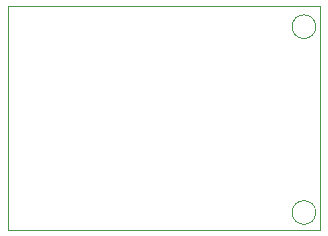
<source format=gbr>
%TF.GenerationSoftware,KiCad,Pcbnew,9.0.0*%
%TF.CreationDate,2025-06-12T14:50:32+02:00*%
%TF.ProjectId,hardware v4 pro max,68617264-7761-4726-9520-76342070726f,rev?*%
%TF.SameCoordinates,Original*%
%TF.FileFunction,Profile,NP*%
%FSLAX46Y46*%
G04 Gerber Fmt 4.6, Leading zero omitted, Abs format (unit mm)*
G04 Created by KiCad (PCBNEW 9.0.0) date 2025-06-12 14:50:32*
%MOMM*%
%LPD*%
G01*
G04 APERTURE LIST*
%TA.AperFunction,Profile*%
%ADD10C,0.050000*%
%TD*%
G04 APERTURE END LIST*
D10*
X152000000Y-108580000D02*
G75*
G02*
X150000000Y-108580000I-1000000J0D01*
G01*
X150000000Y-108580000D02*
G75*
G02*
X152000000Y-108580000I1000000J0D01*
G01*
X152000000Y-92850000D02*
G75*
G02*
X150000000Y-92850000I-1000000J0D01*
G01*
X150000000Y-92850000D02*
G75*
G02*
X152000000Y-92850000I1000000J0D01*
G01*
X125950000Y-91070000D02*
X152350000Y-91070000D01*
X152350000Y-110070000D01*
X125950000Y-110070000D01*
X125950000Y-91070000D01*
M02*

</source>
